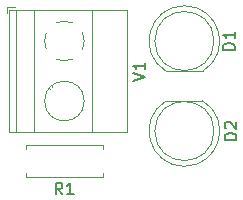
<source format=gbr>
%TF.GenerationSoftware,KiCad,Pcbnew,5.1.6-c6e7f7d~87~ubuntu20.04.1*%
%TF.CreationDate,2020-09-28T13:14:46-03:00*%
%TF.ProjectId,dois-leds,646f6973-2d6c-4656-9473-2e6b69636164,rev?*%
%TF.SameCoordinates,Original*%
%TF.FileFunction,Legend,Top*%
%TF.FilePolarity,Positive*%
%FSLAX46Y46*%
G04 Gerber Fmt 4.6, Leading zero omitted, Abs format (unit mm)*
G04 Created by KiCad (PCBNEW 5.1.6-c6e7f7d~87~ubuntu20.04.1) date 2020-09-28 13:14:46*
%MOMM*%
%LPD*%
G01*
G04 APERTURE LIST*
%ADD10C,0.120000*%
%ADD11C,0.150000*%
G04 APERTURE END LIST*
D10*
%TO.C,V1*%
X41499747Y-54638805D02*
G75*
G02*
X41645000Y-53926000I1680253J28805D01*
G01*
X42496958Y-53074574D02*
G75*
G02*
X43864000Y-53075000I683042J-1535426D01*
G01*
X44715426Y-53926958D02*
G75*
G02*
X44715000Y-55294000I-1535426J-683042D01*
G01*
X43863042Y-56145426D02*
G75*
G02*
X42496000Y-56145000I-683042J1535426D01*
G01*
X41645244Y-55293318D02*
G75*
G02*
X41500000Y-54610000I1534756J683318D01*
G01*
X44860000Y-59690000D02*
G75*
G03*
X44860000Y-59690000I-1680000J0D01*
G01*
X39080000Y-52010000D02*
X39080000Y-62290000D01*
X40580000Y-52010000D02*
X40580000Y-62290000D01*
X45481000Y-52010000D02*
X45481000Y-62290000D01*
X48441000Y-52010000D02*
X48441000Y-62290000D01*
X38520000Y-52010000D02*
X38520000Y-62290000D01*
X48441000Y-52010000D02*
X38520000Y-52010000D01*
X48441000Y-62290000D02*
X38520000Y-62290000D01*
X44249000Y-60965000D02*
X44203000Y-60918000D01*
X41941000Y-58656000D02*
X41906000Y-58621000D01*
X44455000Y-60760000D02*
X44419000Y-60725000D01*
X42157000Y-58463000D02*
X42111000Y-58416000D01*
X39020000Y-51770000D02*
X38280000Y-51770000D01*
X38280000Y-51770000D02*
X38280000Y-52270000D01*
%TO.C,R1*%
X46450000Y-65810000D02*
X46450000Y-66140000D01*
X46450000Y-66140000D02*
X39910000Y-66140000D01*
X39910000Y-66140000D02*
X39910000Y-65810000D01*
X46450000Y-63730000D02*
X46450000Y-63400000D01*
X46450000Y-63400000D02*
X39910000Y-63400000D01*
X39910000Y-63400000D02*
X39910000Y-63730000D01*
%TO.C,D2*%
X53340462Y-65220000D02*
G75*
G02*
X51795170Y-59670000I-462J2990000D01*
G01*
X53339538Y-65220000D02*
G75*
G03*
X54884830Y-59670000I462J2990000D01*
G01*
X55840000Y-62230000D02*
G75*
G03*
X55840000Y-62230000I-2500000J0D01*
G01*
X54885000Y-59670000D02*
X51795000Y-59670000D01*
%TO.C,D1*%
X53339538Y-51620000D02*
G75*
G02*
X54884830Y-57170000I462J-2990000D01*
G01*
X53340462Y-51620000D02*
G75*
G03*
X51795170Y-57170000I-462J-2990000D01*
G01*
X55840000Y-54610000D02*
G75*
G03*
X55840000Y-54610000I-2500000J0D01*
G01*
X51795000Y-57170000D02*
X54885000Y-57170000D01*
%TO.C,V1*%
D11*
X48982380Y-57959523D02*
X49982380Y-57626190D01*
X48982380Y-57292857D01*
X49982380Y-56435714D02*
X49982380Y-57007142D01*
X49982380Y-56721428D02*
X48982380Y-56721428D01*
X49125238Y-56816666D01*
X49220476Y-56911904D01*
X49268095Y-57007142D01*
%TO.C,R1*%
X43013333Y-67592380D02*
X42680000Y-67116190D01*
X42441904Y-67592380D02*
X42441904Y-66592380D01*
X42822857Y-66592380D01*
X42918095Y-66640000D01*
X42965714Y-66687619D01*
X43013333Y-66782857D01*
X43013333Y-66925714D01*
X42965714Y-67020952D01*
X42918095Y-67068571D01*
X42822857Y-67116190D01*
X42441904Y-67116190D01*
X43965714Y-67592380D02*
X43394285Y-67592380D01*
X43680000Y-67592380D02*
X43680000Y-66592380D01*
X43584761Y-66735238D01*
X43489523Y-66830476D01*
X43394285Y-66878095D01*
%TO.C,D2*%
X57752380Y-62968095D02*
X56752380Y-62968095D01*
X56752380Y-62730000D01*
X56800000Y-62587142D01*
X56895238Y-62491904D01*
X56990476Y-62444285D01*
X57180952Y-62396666D01*
X57323809Y-62396666D01*
X57514285Y-62444285D01*
X57609523Y-62491904D01*
X57704761Y-62587142D01*
X57752380Y-62730000D01*
X57752380Y-62968095D01*
X56847619Y-62015714D02*
X56800000Y-61968095D01*
X56752380Y-61872857D01*
X56752380Y-61634761D01*
X56800000Y-61539523D01*
X56847619Y-61491904D01*
X56942857Y-61444285D01*
X57038095Y-61444285D01*
X57180952Y-61491904D01*
X57752380Y-62063333D01*
X57752380Y-61444285D01*
%TO.C,D1*%
X57602380Y-55348095D02*
X56602380Y-55348095D01*
X56602380Y-55110000D01*
X56650000Y-54967142D01*
X56745238Y-54871904D01*
X56840476Y-54824285D01*
X57030952Y-54776666D01*
X57173809Y-54776666D01*
X57364285Y-54824285D01*
X57459523Y-54871904D01*
X57554761Y-54967142D01*
X57602380Y-55110000D01*
X57602380Y-55348095D01*
X57602380Y-53824285D02*
X57602380Y-54395714D01*
X57602380Y-54110000D02*
X56602380Y-54110000D01*
X56745238Y-54205238D01*
X56840476Y-54300476D01*
X56888095Y-54395714D01*
%TD*%
M02*

</source>
